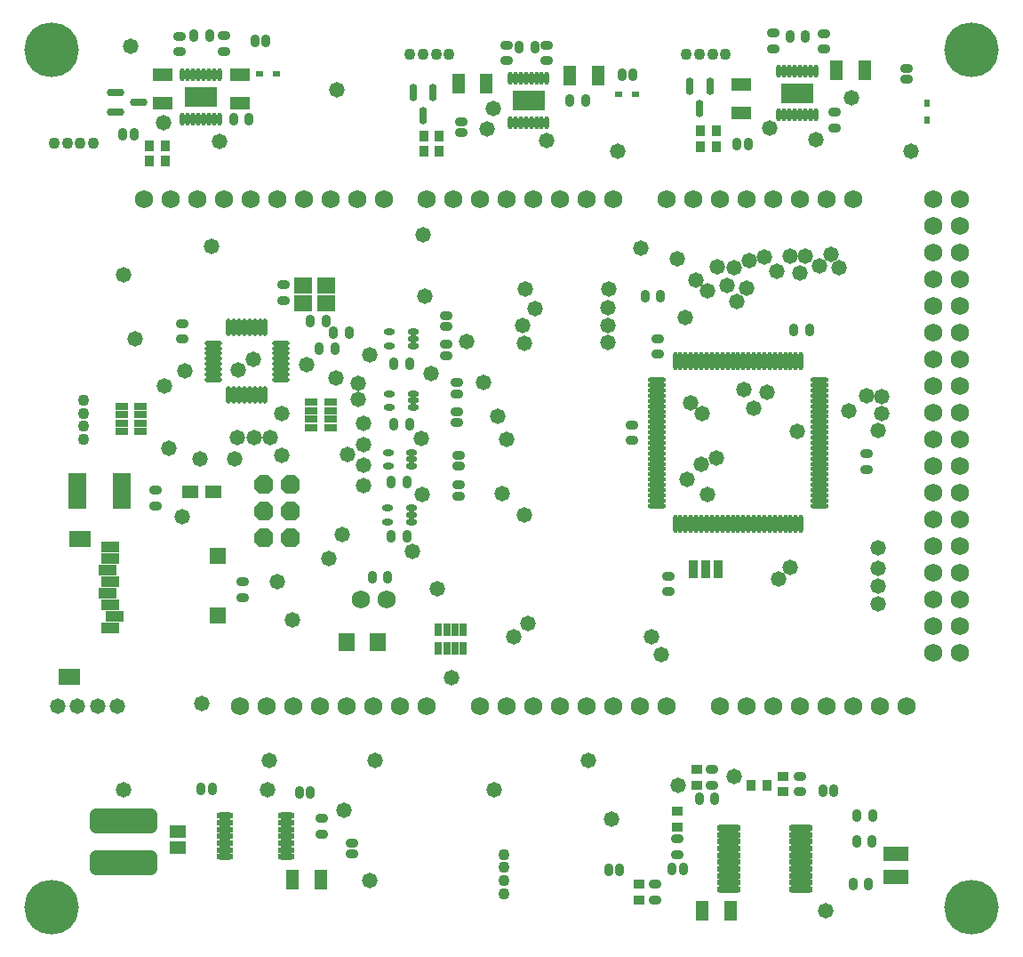
<source format=gts>
%FSLAX25Y25*%
%MOIN*%
G70*
G01*
G75*
G04 Layer_Color=8388736*
G04:AMPARAMS|DCode=10|XSize=23.62mil|YSize=35.43mil|CornerRadius=5.91mil|HoleSize=0mil|Usage=FLASHONLY|Rotation=0.000|XOffset=0mil|YOffset=0mil|HoleType=Round|Shape=RoundedRectangle|*
%AMROUNDEDRECTD10*
21,1,0.02362,0.02362,0,0,0.0*
21,1,0.01181,0.03543,0,0,0.0*
1,1,0.01181,0.00591,-0.01181*
1,1,0.01181,-0.00591,-0.01181*
1,1,0.01181,-0.00591,0.01181*
1,1,0.01181,0.00591,0.01181*
%
%ADD10ROUNDEDRECTD10*%
G04:AMPARAMS|DCode=11|XSize=23.62mil|YSize=35.43mil|CornerRadius=5.91mil|HoleSize=0mil|Usage=FLASHONLY|Rotation=270.000|XOffset=0mil|YOffset=0mil|HoleType=Round|Shape=RoundedRectangle|*
%AMROUNDEDRECTD11*
21,1,0.02362,0.02362,0,0,270.0*
21,1,0.01181,0.03543,0,0,270.0*
1,1,0.01181,-0.01181,-0.00591*
1,1,0.01181,-0.01181,0.00591*
1,1,0.01181,0.01181,0.00591*
1,1,0.01181,0.01181,-0.00591*
%
%ADD11ROUNDEDRECTD11*%
%ADD12R,0.01575X0.02165*%
%ADD13O,0.05512X0.01772*%
%ADD14O,0.08268X0.01772*%
%ADD15R,0.06102X0.05315*%
%ADD16R,0.06693X0.04331*%
%ADD17R,0.04331X0.06693*%
%ADD18R,0.02165X0.01575*%
%ADD19O,0.05709X0.02165*%
%ADD20O,0.05709X0.02165*%
%ADD21O,0.02165X0.05709*%
%ADD22O,0.02165X0.05709*%
%ADD23R,0.05906X0.12598*%
G04:AMPARAMS|DCode=24|XSize=86.61mil|YSize=248.03mil|CornerRadius=21.65mil|HoleSize=0mil|Usage=FLASHONLY|Rotation=270.000|XOffset=0mil|YOffset=0mil|HoleType=Round|Shape=RoundedRectangle|*
%AMROUNDEDRECTD24*
21,1,0.08661,0.20472,0,0,270.0*
21,1,0.04331,0.24803,0,0,270.0*
1,1,0.04331,-0.10236,-0.02165*
1,1,0.04331,-0.10236,0.02165*
1,1,0.04331,0.10236,0.02165*
1,1,0.04331,0.10236,-0.02165*
%
%ADD24ROUNDEDRECTD24*%
%ADD25R,0.08740X0.04449*%
%ADD26R,0.05512X0.03937*%
%ADD27R,0.02756X0.03543*%
%ADD28R,0.03543X0.02756*%
%ADD29R,0.03740X0.01772*%
%ADD30O,0.05709X0.01181*%
%ADD31O,0.01181X0.05709*%
%ADD32R,0.02559X0.06299*%
%ADD33O,0.03347X0.01575*%
%ADD34R,0.05906X0.03150*%
%ADD35R,0.07480X0.05512*%
%ADD36R,0.05512X0.05118*%
%ADD37O,0.01181X0.03937*%
%ADD38R,0.11201X0.06500*%
%ADD39R,0.05512X0.06299*%
%ADD40R,0.01772X0.03740*%
%ADD41O,0.05906X0.01181*%
%ADD42O,0.01181X0.05906*%
%ADD43R,0.05512X0.04331*%
%ADD44C,0.01969*%
%ADD45C,0.00787*%
%ADD46C,0.01575*%
%ADD47C,0.00984*%
%ADD48C,0.03543*%
G04:AMPARAMS|DCode=49|XSize=62.01mil|YSize=62.01mil|CornerRadius=0mil|HoleSize=0mil|Usage=FLASHONLY|Rotation=0.000|XOffset=0mil|YOffset=0mil|HoleType=Round|Shape=Octagon|*
%AMOCTAGOND49*
4,1,8,0.03100,-0.01550,0.03100,0.01550,0.01550,0.03100,-0.01550,0.03100,-0.03100,0.01550,-0.03100,-0.01550,-0.01550,-0.03100,0.01550,-0.03100,0.03100,-0.01550,0.0*
%
%ADD49OCTAGOND49*%

%ADD50C,0.19685*%
%ADD51C,0.06000*%
%ADD52C,0.05000*%
%ADD53C,0.00394*%
%ADD54C,0.02362*%
%ADD55C,0.01000*%
%ADD56C,0.00492*%
G04:AMPARAMS|DCode=57|XSize=31.62mil|YSize=43.43mil|CornerRadius=9.91mil|HoleSize=0mil|Usage=FLASHONLY|Rotation=0.000|XOffset=0mil|YOffset=0mil|HoleType=Round|Shape=RoundedRectangle|*
%AMROUNDEDRECTD57*
21,1,0.03162,0.02362,0,0,0.0*
21,1,0.01181,0.04343,0,0,0.0*
1,1,0.01981,0.00591,-0.01181*
1,1,0.01981,-0.00591,-0.01181*
1,1,0.01981,-0.00591,0.01181*
1,1,0.01981,0.00591,0.01181*
%
%ADD57ROUNDEDRECTD57*%
G04:AMPARAMS|DCode=58|XSize=31.62mil|YSize=43.43mil|CornerRadius=9.91mil|HoleSize=0mil|Usage=FLASHONLY|Rotation=270.000|XOffset=0mil|YOffset=0mil|HoleType=Round|Shape=RoundedRectangle|*
%AMROUNDEDRECTD58*
21,1,0.03162,0.02362,0,0,270.0*
21,1,0.01181,0.04343,0,0,270.0*
1,1,0.01981,-0.01181,-0.00591*
1,1,0.01981,-0.01181,0.00591*
1,1,0.01981,0.01181,0.00591*
1,1,0.01981,0.01181,-0.00591*
%
%ADD58ROUNDEDRECTD58*%
%ADD59R,0.02375X0.02965*%
%ADD60O,0.06312X0.02572*%
%ADD61O,0.09068X0.02572*%
%ADD62R,0.06902X0.06115*%
%ADD63R,0.07493X0.05131*%
%ADD64R,0.05131X0.07493*%
%ADD65R,0.02965X0.02375*%
%ADD66O,0.06509X0.02965*%
%ADD67O,0.06509X0.02965*%
%ADD68O,0.02965X0.06509*%
%ADD69O,0.02965X0.06509*%
%ADD70R,0.06706X0.13398*%
G04:AMPARAMS|DCode=71|XSize=94.61mil|YSize=256.03mil|CornerRadius=25.65mil|HoleSize=0mil|Usage=FLASHONLY|Rotation=270.000|XOffset=0mil|YOffset=0mil|HoleType=Round|Shape=RoundedRectangle|*
%AMROUNDEDRECTD71*
21,1,0.09461,0.20472,0,0,270.0*
21,1,0.04331,0.25603,0,0,270.0*
1,1,0.05131,-0.10236,-0.02165*
1,1,0.05131,-0.10236,0.02165*
1,1,0.05131,0.10236,0.02165*
1,1,0.05131,0.10236,-0.02165*
%
%ADD71ROUNDEDRECTD71*%
%ADD72R,0.09540X0.05249*%
%ADD73R,0.06312X0.04737*%
%ADD74R,0.03556X0.04343*%
%ADD75R,0.04343X0.03556*%
%ADD76R,0.04540X0.02572*%
%ADD77O,0.06509X0.01981*%
%ADD78O,0.01981X0.06509*%
%ADD79R,0.03359X0.07099*%
%ADD80O,0.04147X0.02375*%
%ADD81R,0.06706X0.03950*%
%ADD82R,0.08280X0.06312*%
%ADD83R,0.06312X0.05918*%
%ADD84O,0.01981X0.04737*%
%ADD85R,0.12001X0.07300*%
%ADD86R,0.06312X0.07099*%
%ADD87R,0.02572X0.04540*%
%ADD88O,0.06706X0.01981*%
%ADD89O,0.01981X0.06706*%
%ADD90R,0.06312X0.05131*%
%ADD91C,0.04343*%
G04:AMPARAMS|DCode=92|XSize=70.01mil|YSize=70.01mil|CornerRadius=0mil|HoleSize=0mil|Usage=FLASHONLY|Rotation=0.000|XOffset=0mil|YOffset=0mil|HoleType=Round|Shape=Octagon|*
%AMOCTAGOND92*
4,1,8,0.03500,-0.01750,0.03500,0.01750,0.01750,0.03500,-0.01750,0.03500,-0.03500,0.01750,-0.03500,-0.01750,-0.01750,-0.03500,0.01750,-0.03500,0.03500,-0.01750,0.0*
%
%ADD92OCTAGOND92*%

%ADD93C,0.20485*%
%ADD94C,0.06800*%
%ADD95C,0.05800*%
D57*
X92815Y340945D02*
D03*
X96949D02*
D03*
X230512Y328543D02*
D03*
X234646D02*
D03*
X72638Y60728D02*
D03*
X76772D02*
D03*
X277657Y302559D02*
D03*
X273524D02*
D03*
X47343Y306004D02*
D03*
X43209D02*
D03*
X225492Y30315D02*
D03*
X229626D02*
D03*
X309941Y60236D02*
D03*
X305807D02*
D03*
X253445Y30610D02*
D03*
X249311D02*
D03*
X109449Y59252D02*
D03*
X113583D02*
D03*
X84744Y311811D02*
D03*
X90650D02*
D03*
X210925Y318701D02*
D03*
X216831D02*
D03*
X318406Y40945D02*
D03*
X324311D02*
D03*
X317028Y25098D02*
D03*
X322933D02*
D03*
X318602Y50885D02*
D03*
X324508D02*
D03*
X265256Y57185D02*
D03*
X259350D02*
D03*
X142618Y140157D02*
D03*
X136713D02*
D03*
X244980Y245570D02*
D03*
X239075D02*
D03*
X294882Y232776D02*
D03*
X300787D02*
D03*
X143898Y175788D02*
D03*
X149803D02*
D03*
X143898Y155315D02*
D03*
X149803D02*
D03*
X122244Y231595D02*
D03*
X128150D02*
D03*
X75689Y343012D02*
D03*
X69783D02*
D03*
X197835Y338583D02*
D03*
X191929D02*
D03*
X299311Y342618D02*
D03*
X293406D02*
D03*
X113583Y236122D02*
D03*
X119488D02*
D03*
X116929Y225886D02*
D03*
X122835D02*
D03*
X144783Y197343D02*
D03*
X150689D02*
D03*
X144783Y220079D02*
D03*
X150689D02*
D03*
D58*
X337008Y330906D02*
D03*
Y326772D02*
D03*
X170079Y306693D02*
D03*
Y310827D02*
D03*
X247933Y134646D02*
D03*
Y140551D02*
D03*
X234252Y191339D02*
D03*
Y197244D02*
D03*
X129035Y40551D02*
D03*
Y36417D02*
D03*
X81102Y343110D02*
D03*
Y337205D02*
D03*
X64468Y342913D02*
D03*
Y337008D02*
D03*
X187204Y339567D02*
D03*
Y333661D02*
D03*
X202165Y339567D02*
D03*
Y333661D02*
D03*
X287204Y344094D02*
D03*
Y338189D02*
D03*
X306004Y343898D02*
D03*
Y337992D02*
D03*
X310236Y314272D02*
D03*
Y308366D02*
D03*
X117815Y43701D02*
D03*
Y49606D02*
D03*
X251280Y36220D02*
D03*
Y42126D02*
D03*
X242716Y25098D02*
D03*
Y19193D02*
D03*
X264271Y68012D02*
D03*
Y62106D02*
D03*
X297047Y65551D02*
D03*
Y59646D02*
D03*
X243897Y223622D02*
D03*
Y229528D02*
D03*
X322047Y180512D02*
D03*
Y186417D02*
D03*
X55512Y172638D02*
D03*
Y166732D02*
D03*
X87992Y132382D02*
D03*
Y138287D02*
D03*
X103346Y243701D02*
D03*
Y249606D02*
D03*
X65551Y229331D02*
D03*
Y235236D02*
D03*
X168602Y198031D02*
D03*
Y202165D02*
D03*
X168996Y170472D02*
D03*
Y174606D02*
D03*
Y185728D02*
D03*
Y181595D02*
D03*
X168602Y212992D02*
D03*
Y208858D02*
D03*
X164567Y238189D02*
D03*
Y234055D02*
D03*
Y223130D02*
D03*
Y227264D02*
D03*
D59*
X344783Y317618D02*
D03*
Y311319D02*
D03*
D60*
X104626Y35335D02*
D03*
Y37894D02*
D03*
Y40453D02*
D03*
Y43012D02*
D03*
Y45571D02*
D03*
Y48130D02*
D03*
Y50689D02*
D03*
X81398Y35335D02*
D03*
Y37894D02*
D03*
Y40453D02*
D03*
Y43012D02*
D03*
Y45571D02*
D03*
Y48130D02*
D03*
Y50689D02*
D03*
D61*
X297539Y23031D02*
D03*
Y25591D02*
D03*
Y28150D02*
D03*
Y30709D02*
D03*
Y33268D02*
D03*
Y35827D02*
D03*
Y38386D02*
D03*
Y40945D02*
D03*
Y43504D02*
D03*
Y46063D02*
D03*
X270374Y23031D02*
D03*
Y25591D02*
D03*
Y28150D02*
D03*
Y30709D02*
D03*
Y33268D02*
D03*
Y35827D02*
D03*
Y38386D02*
D03*
Y40945D02*
D03*
Y43504D02*
D03*
Y46063D02*
D03*
D62*
X119488Y249410D02*
D03*
Y242717D02*
D03*
X110827Y249410D02*
D03*
Y242717D02*
D03*
D63*
X58169Y328346D02*
D03*
Y317717D02*
D03*
X87008Y328346D02*
D03*
Y317717D02*
D03*
X275000Y313976D02*
D03*
Y324606D02*
D03*
D64*
X179626Y325197D02*
D03*
X168996D02*
D03*
X221555Y328051D02*
D03*
X210925D02*
D03*
X321457Y330118D02*
D03*
X310827D02*
D03*
X117323Y26673D02*
D03*
X106693D02*
D03*
X271260Y15157D02*
D03*
X260630D02*
D03*
D65*
X94586Y328740D02*
D03*
X100886D02*
D03*
X229134Y320965D02*
D03*
X235433D02*
D03*
D66*
X40551Y321752D02*
D03*
D67*
X40551Y314272D02*
D03*
X49016Y318012D02*
D03*
D68*
X159646Y321654D02*
D03*
X263386Y324213D02*
D03*
D69*
X152165Y321654D02*
D03*
X155905Y313189D02*
D03*
X255905Y324213D02*
D03*
X259646Y315748D02*
D03*
D70*
X42815Y172539D02*
D03*
X26279D02*
D03*
D71*
X43406Y48850D02*
D03*
Y33039D02*
D03*
D72*
X333169Y27618D02*
D03*
Y36555D02*
D03*
D73*
X68504Y172047D02*
D03*
X77165D02*
D03*
D74*
X53149Y301673D02*
D03*
X59055D02*
D03*
Y295965D02*
D03*
X53149D02*
D03*
X156004Y305512D02*
D03*
X161909D02*
D03*
Y299606D02*
D03*
X156004D02*
D03*
X259822Y307546D02*
D03*
X265727D02*
D03*
Y301247D02*
D03*
X259822D02*
D03*
X284744Y62205D02*
D03*
X278838D02*
D03*
D75*
X236811Y25098D02*
D03*
Y19193D02*
D03*
X258366Y68012D02*
D03*
Y62106D02*
D03*
X290748Y59646D02*
D03*
Y65551D02*
D03*
X251083Y46457D02*
D03*
Y52362D02*
D03*
D76*
X42716Y204134D02*
D03*
Y200984D02*
D03*
Y197835D02*
D03*
Y194685D02*
D03*
X49803Y204134D02*
D03*
Y200984D02*
D03*
Y197835D02*
D03*
Y194685D02*
D03*
X121063Y196161D02*
D03*
Y199311D02*
D03*
Y202461D02*
D03*
Y205610D02*
D03*
X113976Y196161D02*
D03*
Y199311D02*
D03*
Y202461D02*
D03*
Y205610D02*
D03*
D77*
X77067Y227854D02*
D03*
Y225886D02*
D03*
Y223917D02*
D03*
Y221949D02*
D03*
Y219980D02*
D03*
Y218012D02*
D03*
Y216043D02*
D03*
Y214075D02*
D03*
X102461D02*
D03*
Y216043D02*
D03*
Y218012D02*
D03*
Y219980D02*
D03*
Y221949D02*
D03*
Y223917D02*
D03*
Y225886D02*
D03*
Y227854D02*
D03*
D78*
X82874Y208268D02*
D03*
X84843D02*
D03*
X86811D02*
D03*
X88780D02*
D03*
X90748D02*
D03*
X92717D02*
D03*
X94685D02*
D03*
X96654D02*
D03*
Y233661D02*
D03*
X94685D02*
D03*
X92717D02*
D03*
X90748D02*
D03*
X88780D02*
D03*
X86811D02*
D03*
X84843D02*
D03*
X82874D02*
D03*
D79*
X266535Y143012D02*
D03*
X257087D02*
D03*
X261748D02*
D03*
D80*
X143209Y226870D02*
D03*
Y231988D02*
D03*
X152067D02*
D03*
Y229429D02*
D03*
Y226870D02*
D03*
X143209Y203740D02*
D03*
Y208858D02*
D03*
X152067D02*
D03*
Y206299D02*
D03*
Y203740D02*
D03*
X142717Y181791D02*
D03*
Y186909D02*
D03*
X151575D02*
D03*
Y184350D02*
D03*
Y181791D02*
D03*
X142618Y160827D02*
D03*
Y165945D02*
D03*
X151476D02*
D03*
Y163386D02*
D03*
Y160827D02*
D03*
D81*
X38435Y120942D02*
D03*
X40009Y125273D02*
D03*
X38435Y129604D02*
D03*
X37647Y133934D02*
D03*
X38435Y138265D02*
D03*
X37647Y142596D02*
D03*
X38435Y146927D02*
D03*
X38435Y151277D02*
D03*
D82*
X27213Y154407D02*
D03*
X23275Y102635D02*
D03*
D83*
X78986Y148108D02*
D03*
Y125667D02*
D03*
D84*
X71555Y311784D02*
D03*
X69586D02*
D03*
X67618D02*
D03*
X65649D02*
D03*
X73523D02*
D03*
X75492D02*
D03*
X77460D02*
D03*
X79429D02*
D03*
Y328374D02*
D03*
X77460D02*
D03*
X75492D02*
D03*
X73523D02*
D03*
X65649D02*
D03*
X67618D02*
D03*
X69586D02*
D03*
X71555D02*
D03*
X194390Y310504D02*
D03*
X192421D02*
D03*
X190453D02*
D03*
X188484D02*
D03*
X196358D02*
D03*
X198327D02*
D03*
X200295D02*
D03*
X202264D02*
D03*
Y327095D02*
D03*
X200295D02*
D03*
X198327D02*
D03*
X196358D02*
D03*
X188484D02*
D03*
X190453D02*
D03*
X192421D02*
D03*
X194390D02*
D03*
X295177Y313260D02*
D03*
X293209D02*
D03*
X291240D02*
D03*
X289272D02*
D03*
X297146D02*
D03*
X299114D02*
D03*
X301083D02*
D03*
X303051D02*
D03*
Y329850D02*
D03*
X301083D02*
D03*
X299114D02*
D03*
X297146D02*
D03*
X289272D02*
D03*
X291240D02*
D03*
X293209D02*
D03*
X295177D02*
D03*
D85*
X72539Y320079D02*
D03*
X195374Y318799D02*
D03*
X296161Y321555D02*
D03*
D86*
X127067Y115650D02*
D03*
X138878D02*
D03*
D87*
X170965Y120571D02*
D03*
X167815D02*
D03*
X164665D02*
D03*
X161516D02*
D03*
X170965Y113484D02*
D03*
X167815D02*
D03*
X164665D02*
D03*
X161516D02*
D03*
D88*
X243456Y214049D02*
D03*
Y212080D02*
D03*
Y210112D02*
D03*
Y208143D02*
D03*
Y206175D02*
D03*
Y204206D02*
D03*
Y202238D02*
D03*
Y200269D02*
D03*
Y198301D02*
D03*
Y196332D02*
D03*
Y194364D02*
D03*
Y192395D02*
D03*
Y190427D02*
D03*
Y188458D02*
D03*
Y186490D02*
D03*
Y184521D02*
D03*
Y182553D02*
D03*
Y180584D02*
D03*
Y178616D02*
D03*
Y176647D02*
D03*
Y174679D02*
D03*
Y172710D02*
D03*
Y170742D02*
D03*
Y168773D02*
D03*
Y166805D02*
D03*
X304480D02*
D03*
Y168773D02*
D03*
Y170742D02*
D03*
Y172710D02*
D03*
Y174679D02*
D03*
Y176647D02*
D03*
Y178616D02*
D03*
Y180584D02*
D03*
Y182553D02*
D03*
Y184521D02*
D03*
Y186490D02*
D03*
Y188458D02*
D03*
Y190427D02*
D03*
Y192395D02*
D03*
Y194364D02*
D03*
Y196332D02*
D03*
Y198301D02*
D03*
Y200269D02*
D03*
Y202238D02*
D03*
Y204206D02*
D03*
Y206175D02*
D03*
Y208143D02*
D03*
Y210112D02*
D03*
Y212080D02*
D03*
Y214049D02*
D03*
D89*
X250346Y159915D02*
D03*
X252314D02*
D03*
X254283D02*
D03*
X256251D02*
D03*
X258220D02*
D03*
X260188D02*
D03*
X262157D02*
D03*
X264125D02*
D03*
X266094D02*
D03*
X268062D02*
D03*
X270031D02*
D03*
X271999D02*
D03*
X273968D02*
D03*
X275936D02*
D03*
X277905D02*
D03*
X279873D02*
D03*
X281842D02*
D03*
X283810D02*
D03*
X285779D02*
D03*
X287747D02*
D03*
X289716D02*
D03*
X291684D02*
D03*
X293653D02*
D03*
X295621D02*
D03*
X297590D02*
D03*
Y220939D02*
D03*
X295621D02*
D03*
X293653D02*
D03*
X291684D02*
D03*
X289716D02*
D03*
X287747D02*
D03*
X285779D02*
D03*
X283810D02*
D03*
X281842D02*
D03*
X279873D02*
D03*
X277905D02*
D03*
X275936D02*
D03*
X273968D02*
D03*
X271999D02*
D03*
X270031D02*
D03*
X268062D02*
D03*
X266094D02*
D03*
X264125D02*
D03*
X262157D02*
D03*
X260188D02*
D03*
X258220D02*
D03*
X256251D02*
D03*
X254283D02*
D03*
X252314D02*
D03*
X250346D02*
D03*
D90*
X63779Y38878D02*
D03*
Y44783D02*
D03*
D91*
X28642Y206496D02*
D03*
Y201575D02*
D03*
Y196653D02*
D03*
Y191732D02*
D03*
X186122Y36220D02*
D03*
Y31299D02*
D03*
Y26378D02*
D03*
Y21457D02*
D03*
X150886Y336024D02*
D03*
X155807D02*
D03*
X160728D02*
D03*
X165649D02*
D03*
X254507D02*
D03*
X259428D02*
D03*
X264349D02*
D03*
X269270D02*
D03*
X32185Y302756D02*
D03*
X27264D02*
D03*
X22343D02*
D03*
X17421D02*
D03*
D92*
X106063Y154705D02*
D03*
Y164705D02*
D03*
Y174705D02*
D03*
X96063Y154705D02*
D03*
Y164705D02*
D03*
Y174705D02*
D03*
D93*
X16535Y16535D02*
D03*
X361417D02*
D03*
X16535Y337795D02*
D03*
X361417D02*
D03*
D94*
X227059Y281606D02*
D03*
X217059D02*
D03*
X207059D02*
D03*
X197059D02*
D03*
X187059D02*
D03*
X177059D02*
D03*
X167059D02*
D03*
X157059D02*
D03*
X247059D02*
D03*
X257059D02*
D03*
X267059D02*
D03*
X277059D02*
D03*
X287059D02*
D03*
X297059D02*
D03*
X307059D02*
D03*
X317059D02*
D03*
X357059Y111606D02*
D03*
X347059D02*
D03*
X357059Y121606D02*
D03*
X347059D02*
D03*
X357059Y131606D02*
D03*
X347059D02*
D03*
X357059Y141606D02*
D03*
X347059D02*
D03*
X357059Y151606D02*
D03*
X347059D02*
D03*
X357059Y161606D02*
D03*
X347059D02*
D03*
X357059Y171606D02*
D03*
X347059D02*
D03*
X357059Y181606D02*
D03*
X347059D02*
D03*
X357059Y191606D02*
D03*
X347059D02*
D03*
X357059Y201606D02*
D03*
X347059D02*
D03*
X357059Y211606D02*
D03*
X347059D02*
D03*
X357059Y221606D02*
D03*
X347059D02*
D03*
X357059Y231606D02*
D03*
X347059D02*
D03*
X357059Y241606D02*
D03*
X347059D02*
D03*
X357059Y251606D02*
D03*
X347059D02*
D03*
X357059Y261606D02*
D03*
X347059D02*
D03*
X357059Y271606D02*
D03*
X347059D02*
D03*
X357059Y281606D02*
D03*
X347059D02*
D03*
X267059Y91606D02*
D03*
X277059D02*
D03*
X287059D02*
D03*
X297059D02*
D03*
X307059D02*
D03*
X317059D02*
D03*
X327059D02*
D03*
X337059D02*
D03*
X157059D02*
D03*
X147059D02*
D03*
X137059D02*
D03*
X127059D02*
D03*
X117059D02*
D03*
X107059D02*
D03*
X97059D02*
D03*
X87059D02*
D03*
X177059D02*
D03*
X187059D02*
D03*
X197059D02*
D03*
X207059D02*
D03*
X217059D02*
D03*
X227059D02*
D03*
X237059D02*
D03*
X247059D02*
D03*
X141059Y281606D02*
D03*
X131059D02*
D03*
X121059D02*
D03*
X111059D02*
D03*
X101059D02*
D03*
X91059D02*
D03*
X81059D02*
D03*
X71059D02*
D03*
X61059D02*
D03*
X51059D02*
D03*
X142224Y131595D02*
D03*
X132382D02*
D03*
D95*
X182579Y60532D02*
D03*
X72835Y92913D02*
D03*
X123524Y322638D02*
D03*
X43504Y253346D02*
D03*
X326575Y151083D02*
D03*
X326476Y143307D02*
D03*
X326575Y136811D02*
D03*
X326575Y129921D02*
D03*
X296063Y194783D02*
D03*
X251378Y62106D02*
D03*
X97441Y60532D02*
D03*
X43406D02*
D03*
X303051Y303937D02*
D03*
X338681Y299606D02*
D03*
X285728Y308268D02*
D03*
X228740Y299606D02*
D03*
X46063Y338976D02*
D03*
X179921Y308169D02*
D03*
X202264Y303642D02*
D03*
X58464Y310531D02*
D03*
X79429Y303543D02*
D03*
X18799Y91606D02*
D03*
X26280D02*
D03*
X33760D02*
D03*
X41240D02*
D03*
X106890Y124114D02*
D03*
X166535Y102461D02*
D03*
X58760Y211811D02*
D03*
X66535Y217520D02*
D03*
X92224Y221752D02*
D03*
X161221Y135827D02*
D03*
X60630Y188484D02*
D03*
X86614Y217618D02*
D03*
X102657Y201378D02*
D03*
X65354Y162598D02*
D03*
X120472Y147146D02*
D03*
X101279Y138265D02*
D03*
X125394Y156201D02*
D03*
X98327Y192421D02*
D03*
X92323D02*
D03*
X133366Y197647D02*
D03*
X85236Y184350D02*
D03*
X86319Y192421D02*
D03*
X151870Y149705D02*
D03*
X72244Y184350D02*
D03*
X102663Y185836D02*
D03*
X127362Y185925D02*
D03*
X133366Y189869D02*
D03*
X135827Y223425D02*
D03*
X131496Y206890D02*
D03*
X133366Y174311D02*
D03*
Y182090D02*
D03*
X131496Y212894D02*
D03*
X217913Y71480D02*
D03*
X137795D02*
D03*
X112205Y219685D02*
D03*
X123228Y214873D02*
D03*
X47835Y229331D02*
D03*
X182185Y315748D02*
D03*
X126083Y52658D02*
D03*
X135728Y26280D02*
D03*
X226476Y49311D02*
D03*
X306890Y15059D02*
D03*
X98032Y71480D02*
D03*
X193996Y248031D02*
D03*
X158957Y216575D02*
D03*
X193701Y163386D02*
D03*
X156496Y245571D02*
D03*
X185433Y171457D02*
D03*
X178347Y212992D02*
D03*
X183957Y200492D02*
D03*
X187106Y191831D02*
D03*
X237598Y263484D02*
D03*
X76378Y264075D02*
D03*
X225394Y248031D02*
D03*
X172244Y228445D02*
D03*
X225197Y241043D02*
D03*
X197933Y240650D02*
D03*
X193110Y234350D02*
D03*
X225197Y234449D02*
D03*
X193898Y227854D02*
D03*
X225295Y228150D02*
D03*
X155905Y268504D02*
D03*
X272342Y65354D02*
D03*
X155512Y170965D02*
D03*
X155315Y192028D02*
D03*
X316339Y319587D02*
D03*
X251279Y259449D02*
D03*
X283957Y260039D02*
D03*
X288326Y254883D02*
D03*
X293406Y260335D02*
D03*
X258268Y251476D02*
D03*
X254232Y237402D02*
D03*
X266043Y256299D02*
D03*
X272539Y256201D02*
D03*
X278163Y258772D02*
D03*
X277264Y248524D02*
D03*
X269980Y249311D02*
D03*
X262513Y247453D02*
D03*
X256201Y205315D02*
D03*
X260643Y201486D02*
D03*
X284758Y209558D02*
D03*
X276293Y210542D02*
D03*
X279738Y203553D02*
D03*
X273622Y243406D02*
D03*
X297160Y254048D02*
D03*
X299227Y260446D02*
D03*
X304542Y256804D02*
D03*
X308677Y260938D02*
D03*
X311925Y255918D02*
D03*
X265945Y184646D02*
D03*
X260151Y182489D02*
D03*
X254823Y176870D02*
D03*
X262402Y171063D02*
D03*
X195177Y122736D02*
D03*
X189764Y117815D02*
D03*
X241535Y117618D02*
D03*
X245288Y111029D02*
D03*
X293602Y143602D02*
D03*
X289272Y139370D02*
D03*
X315650Y202435D02*
D03*
X322047Y207972D02*
D03*
X327953Y207776D02*
D03*
X327756Y201476D02*
D03*
X326476Y195079D02*
D03*
M02*

</source>
